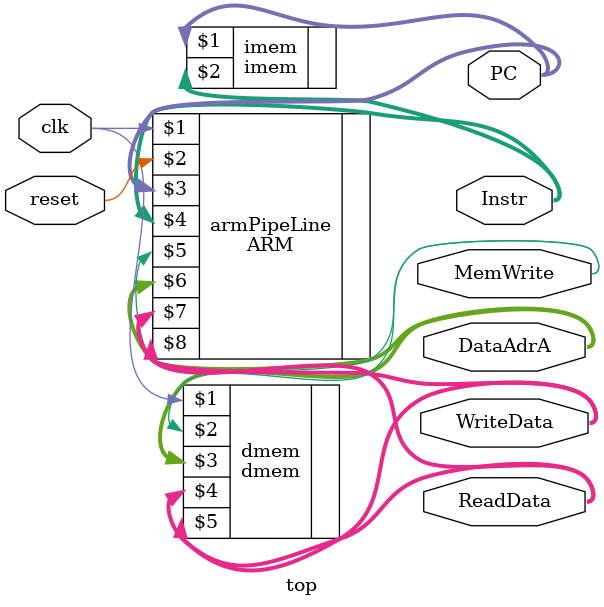
<source format=sv>
/* 
 * Top module of the test processor proyect
 * Holds the ARM processor along with the instruction and data memory
 * charge the instruction memory with the init memfile.dat
 * 
 */
module top #(parameter WIDTH = 32,
				 parameter SIZE = 102,
				 parameter INITFILE = "memfile.dat")
			   (input logic clk, reset,
				output logic [WIDTH-1:0] WriteData, DataAdrA, PC, Instr, ReadData,
				output logic MemWrite);

// instantiate processor
ARM #(WIDTH, 32'b100) armPipeLine (clk, reset, PC, Instr, MemWrite, DataAdrA, WriteData, ReadData);

// instantiate instruction memories
imem #(WIDTH, SIZE, INITFILE) imem (PC, Instr);

// instantiate data memories
dmem #(WIDTH, SIZE) dmem (clk, MemWrite, DataAdrA, WriteData, ReadData);

endmodule

</source>
